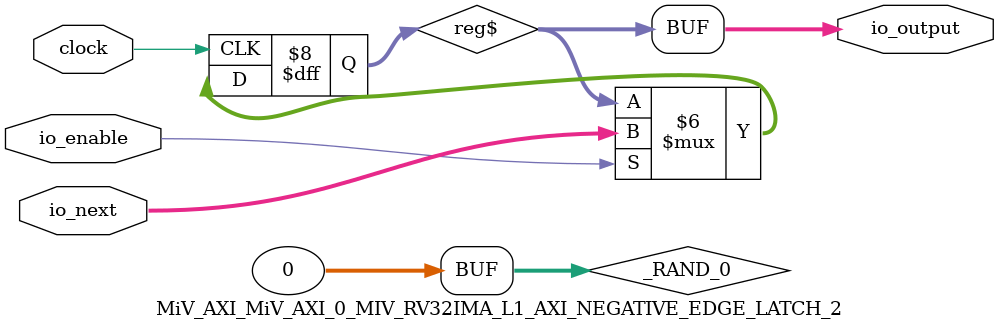
<source format=v>
`ifndef RANDOMIZE_REG_INIT 
	 `define RANDOMIZE_REG_INIT 
 `endif
`ifndef RANDOMIZE_MEM_INIT 
	 `define RANDOMIZE_MEM_INIT 
 `endif
`ifndef RANDOMIZE 
	 `define RANDOMIZE 
`endif

`timescale 1ns/10ps
module MiV_AXI_MiV_AXI_0_MIV_RV32IMA_L1_AXI_NEGATIVE_EDGE_LATCH_2( // @[:freechips.rocketchip.system.MivRV32ImaL1AhbConfig.fir@118423.2]
  input        clock, // @[:freechips.rocketchip.system.MivRV32ImaL1AhbConfig.fir@118424.4]
  input  [4:0] io_next, // @[:freechips.rocketchip.system.MivRV32ImaL1AhbConfig.fir@118426.4]
  input        io_enable, // @[:freechips.rocketchip.system.MivRV32ImaL1AhbConfig.fir@118426.4]
  output [4:0] io_output // @[:freechips.rocketchip.system.MivRV32ImaL1AhbConfig.fir@118426.4]
);
  reg [4:0] reg$; // @[Utils.scala 25:16:freechips.rocketchip.system.MivRV32ImaL1AhbConfig.fir@118431.4]
  reg [31:0] _RAND_0;
  wire [4:0] _GEN_0; // @[Utils.scala 26:20:freechips.rocketchip.system.MivRV32ImaL1AhbConfig.fir@118432.4]
  assign _GEN_0 = io_enable ? io_next : reg$; // @[Utils.scala 26:20:freechips.rocketchip.system.MivRV32ImaL1AhbConfig.fir@118432.4]
  assign io_output = reg$;
`ifdef RANDOMIZE
  integer initvar;
  initial begin
    `ifndef verilator
      #0.002 begin end
    `endif
  `ifdef RANDOMIZE_REG_INIT
  _RAND_0 = {1{32'b0}};
  reg$ = _RAND_0[4:0];
  `endif // RANDOMIZE_REG_INIT
  end
`endif // RANDOMIZE
  always @(posedge clock) begin
    if (io_enable) begin
      reg$ <= io_next;
    end
  end
endmodule

</source>
